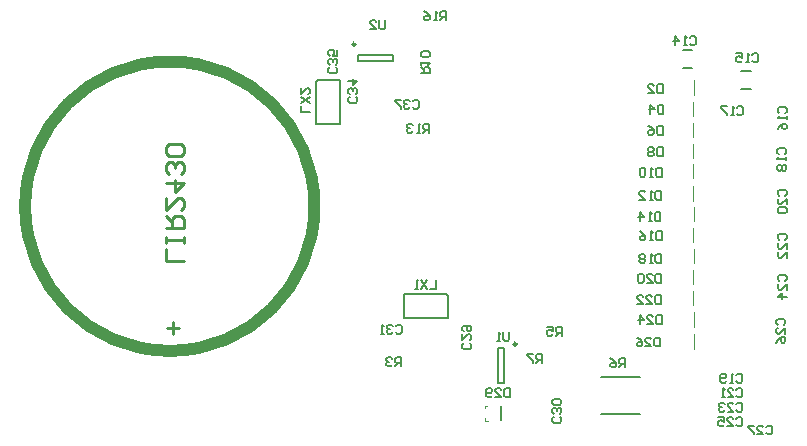
<source format=gbo>
G04 Layer_Color=32896*
%FSLAX25Y25*%
%MOIN*%
G70*
G01*
G75*
%ADD49C,0.00984*%
%ADD50C,0.01000*%
%ADD51C,0.00787*%
%ADD52C,0.00394*%
%ADD53C,0.00591*%
%ADD90C,0.03937*%
D49*
X118002Y133514D02*
G03*
X118002Y133514I-492J0D01*
G01*
X171752Y33521D02*
G03*
X171752Y33521I-492J0D01*
G01*
D50*
X57310Y36870D02*
Y40869D01*
X59309Y38869D02*
X55311D01*
X60860Y61398D02*
X54862D01*
Y65396D01*
X60860Y67396D02*
Y69395D01*
Y68395D01*
X54862D01*
Y67396D01*
Y69395D01*
Y72394D02*
X60860D01*
Y75393D01*
X59861Y76393D01*
X57861D01*
X56862Y75393D01*
Y72394D01*
Y74393D02*
X54862Y76393D01*
Y82391D02*
Y78392D01*
X58861Y82391D01*
X59861D01*
X60860Y81391D01*
Y79392D01*
X59861Y78392D01*
X54862Y87389D02*
X60860D01*
X57861Y84390D01*
Y88389D01*
X59861Y90388D02*
X60860Y91388D01*
Y93387D01*
X59861Y94387D01*
X58861D01*
X57861Y93387D01*
Y92388D01*
Y93387D01*
X56862Y94387D01*
X55862D01*
X54862Y93387D01*
Y91388D01*
X55862Y90388D01*
X59861Y96386D02*
X60860Y97386D01*
Y99385D01*
X59861Y100385D01*
X55862D01*
X54862Y99385D01*
Y97386D01*
X55862Y96386D01*
X59861D01*
D51*
X112760Y106976D02*
Y121476D01*
X105260D02*
X112760D01*
X104947Y121164D02*
X105072Y121289D01*
X104760Y106976D02*
Y120976D01*
Y106976D02*
X112760D01*
X104760Y120976D02*
X104885Y121101D01*
X105135Y121351D02*
X105260Y121476D01*
X104885Y121101D02*
X104947Y121164D01*
X105072Y121289D02*
X105135Y121351D01*
X118691Y127805D02*
X130502D01*
X118691Y129774D02*
X130502D01*
Y127805D02*
Y129774D01*
X118691Y127805D02*
Y129774D01*
X166496Y8169D02*
Y12894D01*
X134240Y42260D02*
X148740D01*
Y49760D01*
X148428Y50072D02*
X148553Y49947D01*
X134240Y50260D02*
X148240D01*
X134240Y42260D02*
Y50260D01*
X148240D02*
X148365Y50135D01*
X148615Y49885D02*
X148740Y49760D01*
X148365Y50135D02*
X148428Y50072D01*
X148553Y49947D02*
X148615Y49885D01*
X165551Y20529D02*
Y32340D01*
X167520Y20529D02*
Y32340D01*
X165551Y20529D02*
X167520D01*
X165551Y32340D02*
X167520D01*
X199803Y10335D02*
X212795D01*
X199803Y22736D02*
X212795D01*
X227165Y131496D02*
X230315D01*
X227165Y125590D02*
X230315D01*
X246555Y124606D02*
X249705D01*
X246555Y118701D02*
X249705D01*
D52*
X230787Y32106D02*
Y36870D01*
X230689Y39390D02*
Y44154D01*
X230591Y46476D02*
Y51240D01*
Y53465D02*
Y58228D01*
X230689Y60453D02*
Y65216D01*
X230492Y67441D02*
Y72205D01*
X230689Y74528D02*
Y79291D01*
X230492Y81417D02*
Y86181D01*
X230591Y88898D02*
Y93661D01*
Y95591D02*
Y100354D01*
Y102579D02*
Y107343D01*
Y109665D02*
Y114429D01*
X230886Y116752D02*
Y121516D01*
X161102Y8051D02*
Y8878D01*
Y8051D02*
X161142Y8012D01*
X162047D01*
X161063Y12146D02*
Y13012D01*
X161929D01*
D53*
X148228Y141535D02*
Y144487D01*
X146752D01*
X146260Y143995D01*
Y143011D01*
X146752Y142519D01*
X148228D01*
X147244D02*
X146260Y141535D01*
X145276D02*
X144293D01*
X144785D01*
Y144487D01*
X145276Y143995D01*
X140849Y144487D02*
X141833Y143995D01*
X142817Y143011D01*
Y142027D01*
X142325Y141535D01*
X141341D01*
X140849Y142027D01*
Y142519D01*
X141341Y143011D01*
X142817D01*
X137107Y114468D02*
X137599Y114960D01*
X138583D01*
X139075Y114468D01*
Y112500D01*
X138583Y112008D01*
X137599D01*
X137107Y112500D01*
X136123Y114468D02*
X135631Y114960D01*
X134647D01*
X134155Y114468D01*
Y113976D01*
X134647Y113484D01*
X135139D01*
X134647D01*
X134155Y112992D01*
Y112500D01*
X134647Y112008D01*
X135631D01*
X136123Y112500D01*
X133171Y114960D02*
X131203D01*
Y114468D01*
X133171Y112500D01*
Y112008D01*
X169535Y18831D02*
Y15879D01*
X168059D01*
X167567Y16371D01*
Y18338D01*
X168059Y18831D01*
X169535D01*
X164615Y15879D02*
X166583D01*
X164615Y17847D01*
Y18338D01*
X165107Y18831D01*
X166091D01*
X166583Y18338D01*
X163631Y16371D02*
X163139Y15879D01*
X162155D01*
X161663Y16371D01*
Y18338D01*
X162155Y18831D01*
X163139D01*
X163631Y18338D01*
Y17847D01*
X163139Y17355D01*
X161663D01*
X229430Y135728D02*
X229922Y136220D01*
X230906D01*
X231398Y135728D01*
Y133760D01*
X230906Y133268D01*
X229922D01*
X229430Y133760D01*
X228446Y133268D02*
X227462D01*
X227954D01*
Y136220D01*
X228446Y135728D01*
X224510Y133268D02*
Y136220D01*
X225986Y134744D01*
X224018D01*
X250296Y130019D02*
X250788Y130511D01*
X251772D01*
X252264Y130019D01*
Y128051D01*
X251772Y127559D01*
X250788D01*
X250296Y128051D01*
X249312Y127559D02*
X248328D01*
X248820D01*
Y130511D01*
X249312Y130019D01*
X244884Y130511D02*
X246852D01*
Y129035D01*
X245868Y129527D01*
X245376D01*
X244884Y129035D01*
Y128051D01*
X245376Y127559D01*
X246360D01*
X246852Y128051D01*
X259253Y110532D02*
X258761Y111024D01*
Y112008D01*
X259253Y112500D01*
X261221D01*
X261713Y112008D01*
Y111024D01*
X261221Y110532D01*
X261713Y109548D02*
Y108564D01*
Y109056D01*
X258761D01*
X259253Y109548D01*
X258761Y105121D02*
X259253Y106104D01*
X260237Y107088D01*
X261221D01*
X261713Y106596D01*
Y105612D01*
X261221Y105121D01*
X260729D01*
X260237Y105612D01*
Y107088D01*
X245178Y112302D02*
X245670Y112794D01*
X246654D01*
X247146Y112302D01*
Y110335D01*
X246654Y109843D01*
X245670D01*
X245178Y110335D01*
X244194Y109843D02*
X243210D01*
X243702D01*
Y112794D01*
X244194Y112302D01*
X241734Y112794D02*
X239766D01*
Y112302D01*
X241734Y110335D01*
Y109843D01*
X259056Y96851D02*
X258564Y97343D01*
Y98327D01*
X259056Y98819D01*
X261024D01*
X261516Y98327D01*
Y97343D01*
X261024Y96851D01*
X261516Y95867D02*
Y94883D01*
Y95375D01*
X258564D01*
X259056Y95867D01*
Y93407D02*
X258564Y92915D01*
Y91931D01*
X259056Y91439D01*
X259548D01*
X260040Y91931D01*
X260532Y91439D01*
X261024D01*
X261516Y91931D01*
Y92915D01*
X261024Y93407D01*
X260532D01*
X260040Y92915D01*
X259548Y93407D01*
X259056D01*
X260040Y92915D02*
Y91931D01*
X244981Y23227D02*
X245473Y23720D01*
X246457D01*
X246949Y23227D01*
Y21260D01*
X246457Y20768D01*
X245473D01*
X244981Y21260D01*
X243997Y20768D02*
X243013D01*
X243505D01*
Y23720D01*
X243997Y23227D01*
X241537Y21260D02*
X241045Y20768D01*
X240061D01*
X239569Y21260D01*
Y23227D01*
X240061Y23720D01*
X241045D01*
X241537Y23227D01*
Y22736D01*
X241045Y22244D01*
X239569D01*
X259351Y83072D02*
X258859Y83564D01*
Y84547D01*
X259351Y85039D01*
X261319D01*
X261811Y84547D01*
Y83564D01*
X261319Y83072D01*
X261811Y80120D02*
Y82088D01*
X259843Y80120D01*
X259351D01*
X258859Y80612D01*
Y81596D01*
X259351Y82088D01*
Y79136D02*
X258859Y78644D01*
Y77660D01*
X259351Y77168D01*
X261319D01*
X261811Y77660D01*
Y78644D01*
X261319Y79136D01*
X259351D01*
X244981Y18380D02*
X245473Y18872D01*
X246457D01*
X246949Y18380D01*
Y16412D01*
X246457Y15920D01*
X245473D01*
X244981Y16412D01*
X242029Y15920D02*
X243997D01*
X242029Y17888D01*
Y18380D01*
X242521Y18872D01*
X243505D01*
X243997Y18380D01*
X241045Y15920D02*
X240061D01*
X240553D01*
Y18872D01*
X241045Y18380D01*
X259253Y68308D02*
X258761Y68800D01*
Y69784D01*
X259253Y70276D01*
X261221D01*
X261713Y69784D01*
Y68800D01*
X261221Y68308D01*
X261713Y65356D02*
Y67324D01*
X259745Y65356D01*
X259253D01*
X258761Y65848D01*
Y66832D01*
X259253Y67324D01*
X261713Y62404D02*
Y64372D01*
X259745Y62404D01*
X259253D01*
X258761Y62896D01*
Y63880D01*
X259253Y64372D01*
X244981Y13533D02*
X245473Y14025D01*
X246457D01*
X246949Y13533D01*
Y11565D01*
X246457Y11073D01*
X245473D01*
X244981Y11565D01*
X242029Y11073D02*
X243997D01*
X242029Y13041D01*
Y13533D01*
X242521Y14025D01*
X243505D01*
X243997Y13533D01*
X241045D02*
X240553Y14025D01*
X239569D01*
X239077Y13533D01*
Y13041D01*
X239569Y12549D01*
X240061D01*
X239569D01*
X239077Y12057D01*
Y11565D01*
X239569Y11073D01*
X240553D01*
X241045Y11565D01*
X259253Y54627D02*
X258761Y55119D01*
Y56103D01*
X259253Y56595D01*
X261221D01*
X261713Y56103D01*
Y55119D01*
X261221Y54627D01*
X261713Y51675D02*
Y53643D01*
X259745Y51675D01*
X259253D01*
X258761Y52167D01*
Y53151D01*
X259253Y53643D01*
X261713Y49215D02*
X258761D01*
X260237Y50691D01*
Y48723D01*
X244882Y8685D02*
X245374Y9177D01*
X246358D01*
X246850Y8685D01*
Y6717D01*
X246358Y6225D01*
X245374D01*
X244882Y6717D01*
X241931Y6225D02*
X243899D01*
X241931Y8193D01*
Y8685D01*
X242423Y9177D01*
X243407D01*
X243899Y8685D01*
X238979Y9177D02*
X240947D01*
Y7701D01*
X239963Y8193D01*
X239471D01*
X238979Y7701D01*
Y6717D01*
X239471Y6225D01*
X240455D01*
X240947Y6717D01*
X258761Y39961D02*
X258269Y40453D01*
Y41437D01*
X258761Y41929D01*
X260729D01*
X261221Y41437D01*
Y40453D01*
X260729Y39961D01*
X261221Y37010D02*
Y38977D01*
X259253Y37010D01*
X258761D01*
X258269Y37501D01*
Y38485D01*
X258761Y38977D01*
X258269Y34058D02*
X258761Y35042D01*
X259745Y36026D01*
X260729D01*
X261221Y35534D01*
Y34550D01*
X260729Y34058D01*
X260237D01*
X259745Y34550D01*
Y36026D01*
X254922Y5905D02*
X255414Y6397D01*
X256398D01*
X256890Y5905D01*
Y3937D01*
X256398Y3445D01*
X255414D01*
X254922Y3937D01*
X251970Y3445D02*
X253938D01*
X251970Y5413D01*
Y5905D01*
X252462Y6397D01*
X253446D01*
X253938Y5905D01*
X250986Y6397D02*
X249018D01*
Y5905D01*
X250986Y3937D01*
Y3445D01*
X220374Y120176D02*
Y117224D01*
X218898D01*
X218406Y117716D01*
Y119684D01*
X218898Y120176D01*
X220374D01*
X215454Y117224D02*
X217422D01*
X215454Y119192D01*
Y119684D01*
X215946Y120176D01*
X216930D01*
X217422Y119684D01*
X220669Y113385D02*
Y110433D01*
X219193D01*
X218701Y110925D01*
Y112893D01*
X219193Y113385D01*
X220669D01*
X216242Y110433D02*
Y113385D01*
X217718Y111909D01*
X215750D01*
X220374Y106298D02*
Y103347D01*
X218898D01*
X218406Y103838D01*
Y105806D01*
X218898Y106298D01*
X220374D01*
X215454D02*
X216438Y105806D01*
X217422Y104822D01*
Y103838D01*
X216930Y103347D01*
X215946D01*
X215454Y103838D01*
Y104330D01*
X215946Y104822D01*
X217422D01*
X220374Y99113D02*
Y96161D01*
X218898D01*
X218406Y96653D01*
Y98621D01*
X218898Y99113D01*
X220374D01*
X217422Y98621D02*
X216930Y99113D01*
X215946D01*
X215454Y98621D01*
Y98129D01*
X215946Y97637D01*
X215454Y97145D01*
Y96653D01*
X215946Y96161D01*
X216930D01*
X217422Y96653D01*
Y97145D01*
X216930Y97637D01*
X217422Y98129D01*
Y98621D01*
X216930Y97637D02*
X215946D01*
X220079Y92322D02*
Y89370D01*
X218603D01*
X218111Y89862D01*
Y91830D01*
X218603Y92322D01*
X220079D01*
X217127Y89370D02*
X216143D01*
X216635D01*
Y92322D01*
X217127Y91830D01*
X214667D02*
X214175Y92322D01*
X213191D01*
X212699Y91830D01*
Y89862D01*
X213191Y89370D01*
X214175D01*
X214667Y89862D01*
Y91830D01*
X219980Y84645D02*
Y81693D01*
X218504D01*
X218012Y82185D01*
Y84153D01*
X218504Y84645D01*
X219980D01*
X217028Y81693D02*
X216045D01*
X216536D01*
Y84645D01*
X217028Y84153D01*
X212601Y81693D02*
X214569D01*
X212601Y83661D01*
Y84153D01*
X213093Y84645D01*
X214077D01*
X214569Y84153D01*
X219685Y77460D02*
Y74508D01*
X218209D01*
X217717Y75000D01*
Y76968D01*
X218209Y77460D01*
X219685D01*
X216733Y74508D02*
X215749D01*
X216241D01*
Y77460D01*
X216733Y76968D01*
X212797Y74508D02*
Y77460D01*
X214273Y75984D01*
X212305D01*
X220079Y71161D02*
Y68209D01*
X218603D01*
X218111Y68701D01*
Y70669D01*
X218603Y71161D01*
X220079D01*
X217127Y68209D02*
X216143D01*
X216635D01*
Y71161D01*
X217127Y70669D01*
X212699Y71161D02*
X213683Y70669D01*
X214667Y69685D01*
Y68701D01*
X214175Y68209D01*
X213191D01*
X212699Y68701D01*
Y69193D01*
X213191Y69685D01*
X214667D01*
X219980Y63582D02*
Y60630D01*
X218504D01*
X218012Y61122D01*
Y63090D01*
X218504Y63582D01*
X219980D01*
X217028Y60630D02*
X216045D01*
X216536D01*
Y63582D01*
X217028Y63090D01*
X214569D02*
X214077Y63582D01*
X213093D01*
X212601Y63090D01*
Y62598D01*
X213093Y62106D01*
X212601Y61614D01*
Y61122D01*
X213093Y60630D01*
X214077D01*
X214569Y61122D01*
Y61614D01*
X214077Y62106D01*
X214569Y62598D01*
Y63090D01*
X214077Y62106D02*
X213093D01*
X219980Y56987D02*
Y54035D01*
X218504D01*
X218012Y54527D01*
Y56495D01*
X218504Y56987D01*
X219980D01*
X215061Y54035D02*
X217028D01*
X215061Y56003D01*
Y56495D01*
X215553Y56987D01*
X216536D01*
X217028Y56495D01*
X214077D02*
X213585Y56987D01*
X212601D01*
X212109Y56495D01*
Y54527D01*
X212601Y54035D01*
X213585D01*
X214077Y54527D01*
Y56495D01*
X219783Y49901D02*
Y46949D01*
X218308D01*
X217816Y47441D01*
Y49409D01*
X218308Y49901D01*
X219783D01*
X214864Y46949D02*
X216832D01*
X214864Y48917D01*
Y49409D01*
X215356Y49901D01*
X216340D01*
X216832Y49409D01*
X211912Y46949D02*
X213880D01*
X211912Y48917D01*
Y49409D01*
X212404Y49901D01*
X213388D01*
X213880Y49409D01*
X220079Y43109D02*
Y40157D01*
X218603D01*
X218111Y40650D01*
Y42617D01*
X218603Y43109D01*
X220079D01*
X215159Y40157D02*
X217127D01*
X215159Y42125D01*
Y42617D01*
X215651Y43109D01*
X216635D01*
X217127Y42617D01*
X212699Y40157D02*
Y43109D01*
X214175Y41633D01*
X212207D01*
X219587Y35727D02*
Y32776D01*
X218111D01*
X217619Y33268D01*
Y35235D01*
X218111Y35727D01*
X219587D01*
X214667Y32776D02*
X216635D01*
X214667Y34743D01*
Y35235D01*
X215159Y35727D01*
X216143D01*
X216635Y35235D01*
X211715Y35727D02*
X212699Y35235D01*
X213683Y34251D01*
Y33268D01*
X213191Y32776D01*
X212207D01*
X211715Y33268D01*
Y33759D01*
X212207Y34251D01*
X213683D01*
X156102Y33858D02*
X156594Y33366D01*
Y32382D01*
X156102Y31890D01*
X154134D01*
X153642Y32382D01*
Y33366D01*
X154134Y33858D01*
X153642Y36809D02*
Y34842D01*
X155610Y36809D01*
X156102D01*
X156594Y36318D01*
Y35334D01*
X156102Y34842D01*
X154134Y37793D02*
X153642Y38285D01*
Y39269D01*
X154134Y39761D01*
X156102D01*
X156594Y39269D01*
Y38285D01*
X156102Y37793D01*
X155610D01*
X155118Y38285D01*
Y39761D01*
X186065Y9349D02*
X186557Y8857D01*
Y7873D01*
X186065Y7381D01*
X184097D01*
X183605Y7873D01*
Y8857D01*
X184097Y9349D01*
X186065Y10333D02*
X186557Y10825D01*
Y11808D01*
X186065Y12301D01*
X185573D01*
X185081Y11808D01*
Y11317D01*
Y11808D01*
X184589Y12301D01*
X184097D01*
X183605Y11808D01*
Y10825D01*
X184097Y10333D01*
X186065Y13284D02*
X186557Y13776D01*
Y14760D01*
X186065Y15252D01*
X184097D01*
X183605Y14760D01*
Y13776D01*
X184097Y13284D01*
X186065D01*
X131398Y39566D02*
X131890Y40058D01*
X132874D01*
X133366Y39566D01*
Y37598D01*
X132874Y37106D01*
X131890D01*
X131398Y37598D01*
X130414Y39566D02*
X129922Y40058D01*
X128938D01*
X128446Y39566D01*
Y39074D01*
X128938Y38582D01*
X129430D01*
X128938D01*
X128446Y38090D01*
Y37598D01*
X128938Y37106D01*
X129922D01*
X130414Y37598D01*
X127462Y37106D02*
X126479D01*
X126971D01*
Y40058D01*
X127462Y39566D01*
X144783Y55053D02*
Y52101D01*
X142816D01*
X141832Y55053D02*
X139864Y52101D01*
Y55053D02*
X141832Y52101D01*
X138880D02*
X137896D01*
X138388D01*
Y55053D01*
X138880Y54561D01*
X133268Y26280D02*
Y29231D01*
X131792D01*
X131300Y28739D01*
Y27755D01*
X131792Y27264D01*
X133268D01*
X132284D02*
X131300Y26280D01*
X130316Y28739D02*
X129824Y29231D01*
X128840D01*
X128348Y28739D01*
Y28247D01*
X128840Y27755D01*
X129332D01*
X128840D01*
X128348Y27264D01*
Y26772D01*
X128840Y26280D01*
X129824D01*
X130316Y26772D01*
X186713Y36417D02*
Y39369D01*
X185237D01*
X184745Y38877D01*
Y37893D01*
X185237Y37401D01*
X186713D01*
X185729D02*
X184745Y36417D01*
X181793Y39369D02*
X183761D01*
Y37893D01*
X182777Y38385D01*
X182285D01*
X181793Y37893D01*
Y36909D01*
X182285Y36417D01*
X183269D01*
X183761Y36909D01*
X207874Y25886D02*
Y28838D01*
X206398D01*
X205906Y28346D01*
Y27362D01*
X206398Y26870D01*
X207874D01*
X206890D02*
X205906Y25886D01*
X202954Y28838D02*
X203938Y28346D01*
X204922Y27362D01*
Y26378D01*
X204430Y25886D01*
X203446D01*
X202954Y26378D01*
Y26870D01*
X203446Y27362D01*
X204922D01*
X180217Y27362D02*
Y30314D01*
X178741D01*
X178249Y29822D01*
Y28838D01*
X178741Y28346D01*
X180217D01*
X179233D02*
X178249Y27362D01*
X177265Y30314D02*
X175297D01*
Y29822D01*
X177265Y27854D01*
Y27362D01*
X169193Y37598D02*
Y35138D01*
X168701Y34646D01*
X167717D01*
X167225Y35138D01*
Y37598D01*
X166241Y34646D02*
X165257D01*
X165749D01*
Y37598D01*
X166241Y37106D01*
X118109Y115944D02*
X118601Y115452D01*
Y114468D01*
X118109Y113976D01*
X116142D01*
X115650Y114468D01*
Y115452D01*
X116142Y115944D01*
X118109Y116928D02*
X118601Y117420D01*
Y118404D01*
X118109Y118896D01*
X117617D01*
X117125Y118404D01*
Y117912D01*
Y118404D01*
X116633Y118896D01*
X116142D01*
X115650Y118404D01*
Y117420D01*
X116142Y116928D01*
X115650Y121356D02*
X118601D01*
X117125Y119880D01*
Y121848D01*
X111416Y125787D02*
X111908Y125295D01*
Y124311D01*
X111416Y123819D01*
X109449D01*
X108957Y124311D01*
Y125295D01*
X109449Y125787D01*
X111416Y126771D02*
X111908Y127263D01*
Y128247D01*
X111416Y128739D01*
X110925D01*
X110433Y128247D01*
Y127755D01*
Y128247D01*
X109941Y128739D01*
X109449D01*
X108957Y128247D01*
Y127263D01*
X109449Y126771D01*
X111908Y131690D02*
Y129722D01*
X110433D01*
X110925Y130707D01*
Y131198D01*
X110433Y131690D01*
X109449D01*
X108957Y131198D01*
Y130215D01*
X109449Y129722D01*
X102755Y110925D02*
X99803D01*
Y112893D01*
X102755Y113877D02*
X99803Y115845D01*
X102755D02*
X99803Y113877D01*
Y118797D02*
Y116829D01*
X101771Y118797D01*
X102263D01*
X102755Y118305D01*
Y117321D01*
X102263Y116829D01*
X139862Y123819D02*
X142814D01*
Y125295D01*
X142322Y125787D01*
X141338D01*
X140846Y125295D01*
Y123819D01*
Y124803D02*
X139862Y125787D01*
Y126771D02*
Y127755D01*
Y127263D01*
X142814D01*
X142322Y126771D01*
Y129230D02*
X142814Y129722D01*
Y130706D01*
X142322Y131198D01*
X140354D01*
X139862Y130706D01*
Y129722D01*
X140354Y129230D01*
X142322D01*
X142520Y104035D02*
Y106987D01*
X141044D01*
X140552Y106495D01*
Y105511D01*
X141044Y105019D01*
X142520D01*
X141536D02*
X140552Y104035D01*
X139568D02*
X138584D01*
X139076D01*
Y106987D01*
X139568Y106495D01*
X137108D02*
X136616Y106987D01*
X135632D01*
X135140Y106495D01*
Y106003D01*
X135632Y105511D01*
X136124D01*
X135632D01*
X135140Y105019D01*
Y104527D01*
X135632Y104035D01*
X136616D01*
X137108Y104527D01*
X127854Y141534D02*
Y139075D01*
X127362Y138583D01*
X126378D01*
X125886Y139075D01*
Y141534D01*
X122935Y138583D02*
X124902D01*
X122935Y140550D01*
Y141042D01*
X123427Y141534D01*
X124410D01*
X124902Y141042D01*
D90*
X104350Y79547D02*
G03*
X104350Y79547I-48228J0D01*
G01*
M02*

</source>
